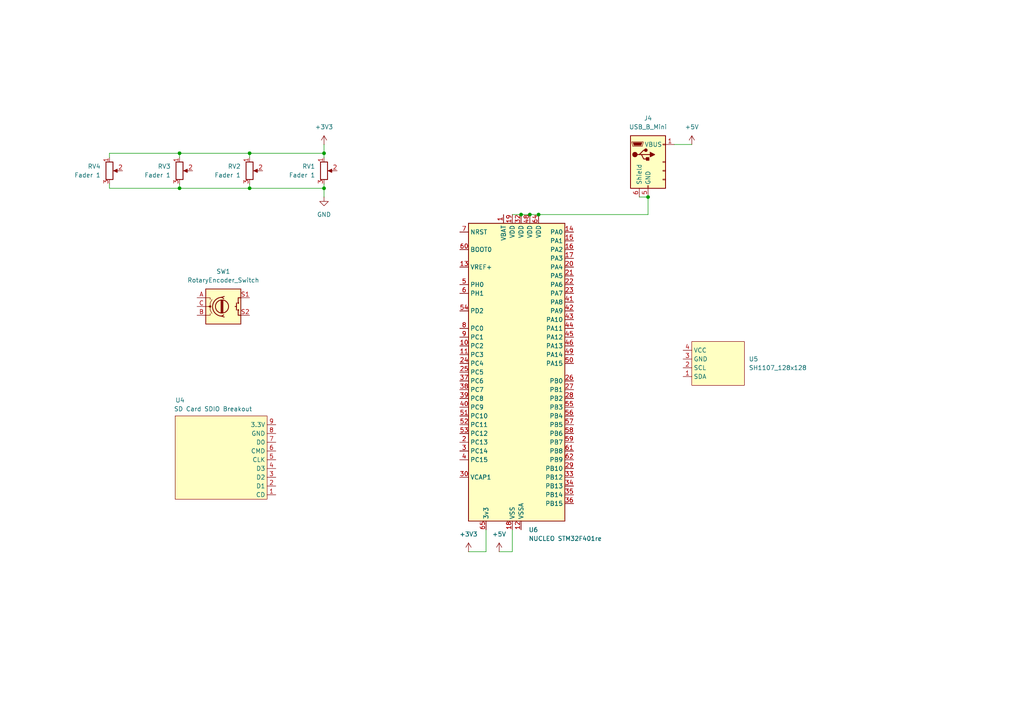
<source format=kicad_sch>
(kicad_sch (version 20231120) (generator "eeschema") (generator_version "8.0")
  (paper "A4")
  (lib_symbols
    (symbol "Connector:USB_B_Mini" (pin_names (offset 1.016))
      (property "Reference" "J1" (at 0 12.7 0))
      (property "Value" "USB_B_Mini" (at 0 10.16 0))
      (symbol "USB_B_Mini_0_1"
        (rectangle (start -5.08 7.62) (end 5.08 -7.62) (stroke (width 0.254)) (fill (type background)))
        (circle (center -3.81 2.159) (radius 0.635) (stroke (width 0.254)) (fill (type outline)))
        (circle (center -0.635 3.429) (radius 0.381) (stroke (width 0.254)) (fill (type outline)))
        (rectangle (start -0.127 -7.62) (end 0.127 -6.858))
        (polyline (pts (xy -1.905 2.159) (xy 0.635 2.159)) (stroke (width 0.254)))
        (polyline (pts (xy -3.175 2.159) (xy -2.54 2.159) (xy -1.27 3.429) (xy -0.635 3.429)) (stroke (width 0.254)))
        (polyline (pts (xy -2.54 2.159) (xy -1.905 2.159) (xy -1.27 0.889) (xy 0 0.889)) (stroke (width 0.254)))
        (polyline (pts (xy 0.635 2.794) (xy 0.635 1.524) (xy 1.905 2.159) (xy 0.635 2.794)) (stroke (width 0.254)) (fill (type outline)))
        (polyline (pts (xy -4.318 5.588) (xy -1.778 5.588) (xy -2.032 4.826) (xy -4.064 4.826) (xy -4.318 5.588)) (fill (type outline)))
        (polyline (pts (xy -4.699 5.842) (xy -4.699 5.588) (xy -4.445 4.826) (xy -4.445 4.572) (xy -1.651 4.572) (xy -1.651 4.826) (xy -1.397 5.588) (xy -1.397 5.842) (xy -4.699 5.842)))
        (rectangle (start 0.254 1.27) (end -0.508 0.508) (stroke (width 0.254)) (fill (type outline)))
        (rectangle (start 5.08 -5.207) (end 4.318 -4.953))
        (rectangle (start 5.08 -2.667) (end 4.318 -2.413))
        (rectangle (start 5.08 -0.127) (end 4.318 0.127))
        (rectangle (start 5.08 4.953) (end 4.318 5.207))
      )
      (symbol "USB_B_Mini_1_1"
        (pin power_out line (at 7.62 5.08 180) (length 2.54) (name "VBUS") (number "1"))
        (pin power_out line (at 0 -10.16 90) (length 2.54) (name "GND") (number "5"))
        (pin passive line (at -2.54 -10.16 90) (length 2.54) (name "Shield") (number "6"))
      )
    )
    (symbol "Device:R_Potentiometer" (pin_names (offset 1.016) hide)
      (property "Reference" "RV" (at -4.445 0 90))
      (property "Value" "R_Potentiometer" (at -2.54 0 90))
      (symbol "R_Potentiometer_0_1"
        (polyline (pts (xy 2.54 0) (xy 1.524 0)))
        (polyline (pts (xy 1.143 0) (xy 2.286 0.508) (xy 2.286 -0.508) (xy 1.143 0)) (fill (type outline)))
        (rectangle (start 1.016 2.54) (end -1.016 -2.54) (stroke (width 0.254)))
      )
      (symbol "R_Potentiometer_1_1"
        (pin passive line (at 0 3.81 270) (length 1.27) (name "1") (number "1"))
        (pin passive line (at 3.81 0 180) (length 1.27) (name "2") (number "2"))
        (pin passive line (at 0 -3.81 90) (length 1.27) (name "3") (number "3"))
      )
    )
    (symbol "Device:RotaryEncoder_Switch" (pin_names (offset 0.254) hide)
      (property "Reference" "SW" (at 0 6.604 0))
      (property "Value" "RotaryEncoder_Switch" (at 0 -6.604 0))
      (symbol "RotaryEncoder_Switch_0_1"
        (rectangle (start -5.08 5.08) (end 5.08 -5.08) (stroke (width 0.254)) (fill (type background)))
        (circle (center -3.81 0) (radius 0.254) (fill (type outline)))
        (circle (center -0.381 0) (radius 1.905) (stroke (width 0.254)))
        (arc (start -0.381 2.667) (mid -3.0988 -0.0635) (end -0.381 -2.794) (stroke (width 0.254)))
        (polyline (pts (xy -0.635 -1.778) (xy -0.635 1.778)) (stroke (width 0.254)))
        (polyline (pts (xy -0.381 -1.778) (xy -0.381 1.778)) (stroke (width 0.254)))
        (polyline (pts (xy -0.127 1.778) (xy -0.127 -1.778)) (stroke (width 0.254)))
        (polyline (pts (xy 3.81 0) (xy 3.429 0)) (stroke (width 0.254)))
        (polyline (pts (xy 3.81 1.016) (xy 3.81 -1.016)) (stroke (width 0.254)))
        (polyline (pts (xy -5.08 -2.54) (xy -3.81 -2.54) (xy -3.81 -2.032)))
        (polyline (pts (xy -5.08 2.54) (xy -3.81 2.54) (xy -3.81 2.032)))
        (polyline (pts (xy 0.254 -3.048) (xy -0.508 -2.794) (xy 0.127 -2.413)) (stroke (width 0.254)))
        (polyline (pts (xy 0.254 2.921) (xy -0.508 2.667) (xy 0.127 2.286)) (stroke (width 0.254)))
        (polyline (pts (xy 5.08 -2.54) (xy 4.318 -2.54) (xy 4.318 -1.016)) (stroke (width 0.254)))
        (polyline (pts (xy 5.08 2.54) (xy 4.318 2.54) (xy 4.318 1.016)) (stroke (width 0.254)))
        (polyline (pts (xy -5.08 0) (xy -3.81 0) (xy -3.81 -1.016) (xy -3.302 -2.032)))
        (polyline (pts (xy -4.318 0) (xy -3.81 0) (xy -3.81 1.016) (xy -3.302 2.032)))
        (circle (center 4.318 -1.016) (radius 0.127) (stroke (width 0.254)))
        (circle (center 4.318 1.016) (radius 0.127) (stroke (width 0.254)))
      )
      (symbol "RotaryEncoder_Switch_1_1"
        (pin passive line (at -7.62 2.54 0) (length 2.54) (name "A") (number "A"))
        (pin passive line (at -7.62 -2.54 0) (length 2.54) (name "B") (number "B"))
        (pin passive line (at -7.62 0 0) (length 2.54) (name "C") (number "C"))
        (pin passive line (at 7.62 2.54 180) (length 2.54) (name "S1") (number "S1"))
        (pin passive line (at 7.62 -2.54 180) (length 2.54) (name "S2") (number "S2"))
      )
    )
    (symbol "MCU_ST_STM32F4:STM32F401RETx"
      (property "Reference" "U1" (at 4.7341 -45.72 0))
      (property "Value" "NUCLEO STM32F401re" (at 4.7341 -48.26 0))
      (symbol "STM32F401RETx_0_1"
        (rectangle (start -12.7 43.18) (end 15.24 -43.18) (stroke (width 0.254)) (fill (type background)))
      )
      (symbol "STM32F401RETx_1_1"
        (pin power_in line (at -2.54 45.72 270) (length 2.54) (name "VBAT") (number "1"))
        (pin bidirectional line (at -15.24 7.62 0) (length 2.54) (name "PC2") (number "10"))
        (pin bidirectional line (at -15.24 5.08 0) (length 2.54) (name "PC3") (number "11"))
        (pin power_in line (at 2.54 -45.72 90) (length 2.54) (name "VSSA") (number "12"))
        (pin input line (at -15.24 30.48 0) (length 2.54) (name "VREF+") (number "13"))
        (pin bidirectional line (at 17.78 40.64 180) (length 2.54) (name "PA0") (number "14"))
        (pin bidirectional line (at 17.78 38.1 180) (length 2.54) (name "PA1") (number "15"))
        (pin bidirectional line (at 17.78 35.56 180) (length 2.54) (name "PA2") (number "16"))
        (pin bidirectional line (at 17.78 33.02 180) (length 2.54) (name "PA3") (number "17"))
        (pin power_in line (at 0 -45.72 90) (length 2.54) (name "VSS") (number "18"))
        (pin power_in line (at 0 45.72 270) (length 2.54) (name "VDD") (number "19"))
        (pin bidirectional line (at -15.24 -20.32 0) (length 2.54) (name "PC13") (number "2"))
        (pin bidirectional line (at 17.78 30.48 180) (length 2.54) (name "PA4") (number "20"))
        (pin bidirectional line (at 17.78 27.94 180) (length 2.54) (name "PA5") (number "21"))
        (pin bidirectional line (at 17.78 25.4 180) (length 2.54) (name "PA6") (number "22"))
        (pin bidirectional line (at 17.78 22.86 180) (length 2.54) (name "PA7") (number "23"))
        (pin bidirectional line (at -15.24 2.54 0) (length 2.54) (name "PC4") (number "24"))
        (pin bidirectional line (at -15.24 0 0) (length 2.54) (name "PC5") (number "25"))
        (pin bidirectional line (at 17.78 -2.54 180) (length 2.54) (name "PB0") (number "26"))
        (pin bidirectional line (at 17.78 -5.08 180) (length 2.54) (name "PB1") (number "27"))
        (pin bidirectional line (at 17.78 -7.62 180) (length 2.54) (name "PB2") (number "28"))
        (pin bidirectional line (at 17.78 -27.94 180) (length 2.54) (name "PB10") (number "29"))
        (pin bidirectional line (at -15.24 -22.86 0) (length 2.54) (name "PC14") (number "3"))
        (pin power_out line (at -15.24 -30.48 0) (length 2.54) (name "VCAP1") (number "30"))
        (pin passive line (at 0 -45.72 90) (length 2.54) hide (name "VSS") (number "31"))
        (pin power_in line (at 2.54 45.72 270) (length 2.54) (name "VDD") (number "32"))
        (pin bidirectional line (at 17.78 -30.48 180) (length 2.54) (name "PB12") (number "33"))
        (pin bidirectional line (at 17.78 -33.02 180) (length 2.54) (name "PB13") (number "34"))
        (pin bidirectional line (at 17.78 -35.56 180) (length 2.54) (name "PB14") (number "35"))
        (pin bidirectional line (at 17.78 -38.1 180) (length 2.54) (name "PB15") (number "36"))
        (pin bidirectional line (at -15.24 -2.54 0) (length 2.54) (name "PC6") (number "37"))
        (pin bidirectional line (at -15.24 -5.08 0) (length 2.54) (name "PC7") (number "38"))
        (pin bidirectional line (at -15.24 -7.62 0) (length 2.54) (name "PC8") (number "39"))
        (pin bidirectional line (at -15.24 -25.4 0) (length 2.54) (name "PC15") (number "4"))
        (pin bidirectional line (at -15.24 -10.16 0) (length 2.54) (name "PC9") (number "40"))
        (pin bidirectional line (at 17.78 20.32 180) (length 2.54) (name "PA8") (number "41"))
        (pin bidirectional line (at 17.78 17.78 180) (length 2.54) (name "PA9") (number "42"))
        (pin bidirectional line (at 17.78 15.24 180) (length 2.54) (name "PA10") (number "43"))
        (pin bidirectional line (at 17.78 12.7 180) (length 2.54) (name "PA11") (number "44"))
        (pin bidirectional line (at 17.78 10.16 180) (length 2.54) (name "PA12") (number "45"))
        (pin bidirectional line (at 17.78 7.62 180) (length 2.54) (name "PA13") (number "46"))
        (pin passive line (at 0 -45.72 90) (length 2.54) hide (name "VSS") (number "47"))
        (pin power_in line (at 5.08 45.72 270) (length 2.54) (name "VDD") (number "48"))
        (pin bidirectional line (at 17.78 5.08 180) (length 2.54) (name "PA14") (number "49"))
        (pin bidirectional line (at -15.24 25.4 0) (length 2.54) (name "PH0") (number "5"))
        (pin bidirectional line (at 17.78 2.54 180) (length 2.54) (name "PA15") (number "50"))
        (pin bidirectional line (at -15.24 -12.7 0) (length 2.54) (name "PC10") (number "51"))
        (pin bidirectional line (at -15.24 -15.24 0) (length 2.54) (name "PC11") (number "52"))
        (pin bidirectional line (at -15.24 -17.78 0) (length 2.54) (name "PC12") (number "53"))
        (pin bidirectional line (at -15.24 17.78 0) (length 2.54) (name "PD2") (number "54"))
        (pin bidirectional line (at 17.78 -10.16 180) (length 2.54) (name "PB3") (number "55"))
        (pin bidirectional line (at 17.78 -12.7 180) (length 2.54) (name "PB4") (number "56"))
        (pin bidirectional line (at 17.78 -15.24 180) (length 2.54) (name "PB5") (number "57"))
        (pin bidirectional line (at 17.78 -17.78 180) (length 2.54) (name "PB6") (number "58"))
        (pin bidirectional line (at 17.78 -20.32 180) (length 2.54) (name "PB7") (number "59"))
        (pin bidirectional line (at -15.24 22.86 0) (length 2.54) (name "PH1") (number "6"))
        (pin input line (at -15.24 35.56 0) (length 2.54) (name "BOOT0") (number "60"))
        (pin bidirectional line (at 17.78 -22.86 180) (length 2.54) (name "PB8") (number "61"))
        (pin bidirectional line (at 17.78 -25.4 180) (length 2.54) (name "PB9") (number "62"))
        (pin passive line (at 0 -45.72 90) (length 2.54) hide (name "VSS") (number "63"))
        (pin power_in line (at 7.62 45.72 270) (length 2.54) (name "VDD") (number "64"))
        (pin power_out line (at -7.62 -45.72 90) (length 2.54) (name "3v3") (number "65"))
        (pin input line (at -15.24 40.64 0) (length 2.54) (name "NRST") (number "7"))
        (pin bidirectional line (at -15.24 12.7 0) (length 2.54) (name "PC0") (number "8"))
        (pin bidirectional line (at -15.24 10.16 0) (length 2.54) (name "PC1") (number "9"))
      )
    )
    (symbol "New_Library:128x128Display"
      (property "Reference" "U" (at 0.508 11.176 0))
      (property "Value" "SH1107_128x128" (at 8.128 9.144 0))
      (symbol "128x128Display_1_1"
        (rectangle (start 0 7.62) (end 15.24 -5.08) (fill (type background)))
        (pin input line (at -2.54 -2.54 0) (length 2.54) (name "SDA") (number "1"))
        (pin input line (at -2.54 0 0) (length 2.54) (name "SCL") (number "2"))
        (pin power_in line (at -2.54 2.54 0) (length 2.54) (name "GND") (number "3"))
        (pin power_in line (at -2.54 5.08 0) (length 2.54) (name "VCC") (number "4"))
      )
    )
    (symbol "New_Library:Waveshare_SD_Card_Breakout"
      (property "Reference" "U" (at -12.192 16.51 0))
      (property "Value" "SD Card SDIO Breakout" (at -1.524 14.224 0))
      (symbol "Waveshare_SD_Card_Breakout_1_1"
        (rectangle (start -12.7 12.7) (end 13.97 -11.43) (fill (type background)))
        (pin output line (at -15.24 -10.16 0) (length 2.54) (name "CD") (number "1"))
        (pin bidirectional line (at -15.24 -7.62 0) (length 2.54) (name "D1") (number "2"))
        (pin bidirectional line (at -15.24 -5.08 0) (length 2.54) (name "D2") (number "3"))
        (pin bidirectional line (at -15.24 -2.54 0) (length 2.54) (name "D3") (number "4"))
        (pin input line (at -15.24 0 0) (length 2.54) (name "CLK") (number "5"))
        (pin input line (at -15.24 2.54 0) (length 2.54) (name "CMD") (number "6"))
        (pin bidirectional line (at -15.24 5.08 0) (length 2.54) (name "D0") (number "7"))
        (pin power_in line (at -15.24 7.62 0) (length 2.54) (name "GND") (number "8"))
        (pin power_in line (at -15.24 10.16 0) (length 2.54) (name "3.3V") (number "9"))
      )
    )
    (symbol "power:+3V3" (power) (pin_numbers hide) (pin_names (offset 0) hide)
      (property "Value" "+3V3" (at 0 3.556 0))
      (symbol "+3V3_0_1"
        (polyline (pts (xy -0.762 1.27) (xy 0 2.54)))
        (polyline (pts (xy 0 0) (xy 0 2.54)))
        (polyline (pts (xy 0 2.54) (xy 0.762 1.27)))
      )
      (symbol "+3V3_1_1"
        (pin power_in line (at 0 0 90) (length 0) (name "~") (number "1"))
      )
    )
    (symbol "power:+5V" (power) (pin_numbers hide) (pin_names (offset 0) hide)
      (property "Value" "+5V" (at 0 3.556 0))
      (symbol "+5V_0_1"
        (polyline (pts (xy -0.762 1.27) (xy 0 2.54)))
        (polyline (pts (xy 0 0) (xy 0 2.54)))
        (polyline (pts (xy 0 2.54) (xy 0.762 1.27)))
      )
      (symbol "+5V_1_1"
        (pin power_in line (at 0 0 90) (length 0) (name "~") (number "1"))
      )
    )
    (symbol "power:GND" (power) (pin_numbers hide) (pin_names (offset 0) hide)
      (property "Value" "GND" (at 0 -3.81 0))
      (symbol "GND_0_1"
        (polyline (pts (xy 0 0) (xy 0 -1.27) (xy 1.27 -1.27) (xy 0 -2.54) (xy -1.27 -1.27) (xy 0 -1.27)))
      )
      (symbol "GND_1_1"
        (pin power_in line (at 0 0 270) (length 0) (name "~") (number "1"))
      )
    )
  )
  (junction (at 72.39 44.45))
  (junction (at 187.96 57.15))
  (junction (at 151.13 62.23))
  (junction (at 156.21 62.23))
  (junction (at 93.98 44.45))
  (junction (at 72.39 54.61))
  (junction (at 153.67 62.23))
  (junction (at 52.07 44.45))
  (junction (at 93.98 54.61))
  (junction (at 52.07 54.61))
  (wire (pts (xy 153.67 62.23) (xy 151.13 62.23)))
  (wire (pts (xy 156.21 62.23) (xy 153.67 62.23)))
  (wire (pts (xy 52.07 54.61) (xy 72.39 54.61)))
  (wire (pts (xy 31.75 44.45) (xy 52.07 44.45)))
  (wire (pts (xy 52.07 44.45) (xy 52.07 45.72)))
  (wire (pts (xy 151.13 62.23) (xy 148.59 62.23)))
  (wire (pts (xy 72.39 53.34) (xy 72.39 54.61)))
  (wire (pts (xy 93.98 54.61) (xy 93.98 57.15)))
  (wire (pts (xy 187.96 62.23) (xy 156.21 62.23)))
  (wire (pts (xy 31.75 54.61) (xy 52.07 54.61)))
  (wire (pts (xy 31.75 53.34) (xy 31.75 54.61)))
  (wire (pts (xy 72.39 44.45) (xy 93.98 44.45)))
  (wire (pts (xy 93.98 44.45) (xy 93.98 45.72)))
  (wire (pts (xy 52.07 53.34) (xy 52.07 54.61)))
  (wire (pts (xy 148.59 160.02) (xy 144.78 160.02)))
  (wire (pts (xy 185.42 57.15) (xy 187.96 57.15)))
  (wire (pts (xy 72.39 44.45) (xy 72.39 45.72)))
  (wire (pts (xy 72.39 54.61) (xy 93.98 54.61)))
  (wire (pts (xy 140.97 160.02) (xy 135.89 160.02)))
  (wire (pts (xy 140.97 153.67) (xy 140.97 160.02)))
  (wire (pts (xy 148.59 153.67) (xy 148.59 160.02)))
  (wire (pts (xy 93.98 41.91) (xy 93.98 44.45)))
  (wire (pts (xy 52.07 44.45) (xy 72.39 44.45)))
  (wire (pts (xy 93.98 53.34) (xy 93.98 54.61)))
  (wire (pts (xy 187.96 57.15) (xy 187.96 62.23)))
  (wire (pts (xy 31.75 45.72) (xy 31.75 44.45)))
  (wire (pts (xy 195.58 41.91) (xy 200.66 41.91)))
  (symbol (lib_id "Device:R_Potentiometer") (at 93.98 49.53 0) (unit 1)
    (property "Reference" "RV1" (at 91.44 48.2599 0) (effects (justify right)))
    (property "Value" "Fader 1" (at 91.44 50.7999 0) (effects (justify right)))
    (property "Description" "Potentiometer" (effects (hide yes)))
  )
  (symbol (lib_id "Device:R_Potentiometer") (at 72.39 49.53 0) (unit 1)
    (property "Reference" "RV2" (at 69.85 48.2599 0) (effects (justify right)))
    (property "Value" "Fader 1" (at 69.85 50.7999 0) (effects (justify right)))
    (property "Description" "Potentiometer" (effects (hide yes)))
  )
  (symbol (lib_id "New_Library:Waveshare_SD_Card_Breakout") (at 64.77 133.35 0) (mirror y) (unit 1)
    (property "Reference" "U4" (at 53.594 116.078 0) (effects (justify left)))
    (property "Value" "SD Card SDIO Breakout" (at 73.152 118.618 0) (effects (justify left)))
  )
  (symbol (lib_id "Device:R_Potentiometer") (at 31.75 49.53 0) (unit 1)
    (property "Reference" "RV4" (at 29.21 48.2599 0) (effects (justify right)))
    (property "Value" "Fader 1" (at 29.21 50.7999 0) (effects (justify right)))
    (property "Description" "Potentiometer" (effects (hide yes)))
  )
  (symbol (lib_id "power:GND") (at 93.98 57.15 0) (unit 1)
    (property "Reference" "#PWR09" (effects (hide yes)))
    (property "Value" "GND" (at 93.98 62.23 0))
    (property "Description" "Power symbol creates a global label with name \"GND\" , ground" (effects (hide yes)))
  )
  (symbol (lib_id "MCU_ST_STM32F4:STM32F401RETx") (at 148.59 107.95 0) (unit 1)
    (property "Reference" "U6" (at 153.3241 153.67 0) (effects (justify left)))
    (property "Value" "NUCLEO STM32F401re" (at 153.3241 156.21 0) (effects (justify left)))
    (property "Footprint" "Package_QFP:LQFP-64_10x10mm_P0.5mm" (effects (hide yes)))
    (property "Datasheet" "https://www.st.com/resource/en/datasheet/stm32f401re.pdf" (effects (hide yes)))
    (property "Description" "STMicroelectronics Arm Cortex-M4 MCU, 512KB flash, 96KB RAM, 84 MHz, 1.7-3.6V, 50 GPIO, LQFP64" (effects (hide yes)))
  )
  (symbol (lib_id "Connector:USB_B_Mini") (at 187.96 46.99 0) (unit 1)
    (property "Reference" "J4" (at 187.96 34.29 0))
    (property "Value" "USB_B_Mini" (at 187.96 36.83 0))
    (property "Description" "USB Mini Type B connector" (effects (hide yes)))
  )
  (symbol (lib_id "power:+5V") (at 144.78 160.02 0) (unit 1)
    (property "Reference" "#PWR013" (effects (hide yes)))
    (property "Value" "+5V" (at 144.78 154.94 0))
    (property "Description" "Power symbol creates a global label with name \"+5V\"" (effects (hide yes)))
  )
  (symbol (lib_id "Device:RotaryEncoder_Switch") (at 64.77 88.9 0) (unit 1)
    (property "Reference" "SW1" (at 64.77 78.74 0))
    (property "Value" "RotaryEncoder_Switch" (at 64.77 81.28 0))
    (property "Description" "Rotary encoder, dual channel, incremental quadrate outputs, with switch" (effects (hide yes)))
  )
  (symbol (lib_id "power:+3V3") (at 93.98 41.91 0) (unit 1)
    (property "Reference" "#PWR02" (effects (hide yes)))
    (property "Value" "+3V3" (at 93.98 36.83 0))
    (property "Description" "Power symbol creates a global label with name \"+3V3\"" (effects (hide yes)))
  )
  (symbol (lib_id "power:+5V") (at 200.66 41.91 0) (unit 1)
    (property "Reference" "#PWR014" (effects (hide yes)))
    (property "Value" "+5V" (at 200.66 36.83 0))
    (property "Description" "Power symbol creates a global label with name \"+5V\"" (effects (hide yes)))
  )
  (symbol (lib_id "Device:R_Potentiometer") (at 52.07 49.53 0) (unit 1)
    (property "Reference" "RV3" (at 49.53 48.2599 0) (effects (justify right)))
    (property "Value" "Fader 1" (at 49.53 50.7999 0) (effects (justify right)))
    (property "Description" "Potentiometer" (effects (hide yes)))
  )
  (symbol (lib_id "New_Library:128x128Display") (at 200.66 106.68 0) (unit 1)
    (property "Reference" "U5" (at 217.17 104.1399 0) (effects (justify left)))
    (property "Value" "SH1107_128x128" (at 217.17 106.6799 0) (effects (justify left)))
  )
  (symbol (lib_id "power:+3V3") (at 135.89 160.02 0) (unit 1)
    (property "Reference" "#PWR012" (effects (hide yes)))
    (property "Value" "+3V3" (at 135.89 154.94 0))
    (property "Description" "Power symbol creates a global label with name \"+3V3\"" (effects (hide yes)))
  )
)
</source>
